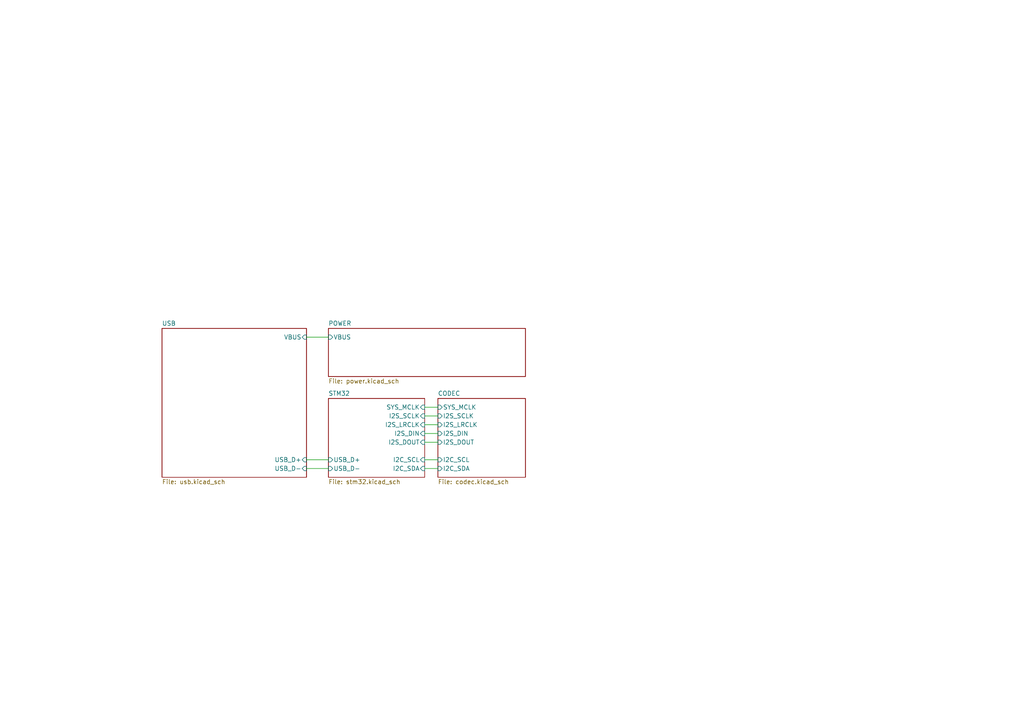
<source format=kicad_sch>
(kicad_sch (version 20211123) (generator eeschema)
  (paper "A4")
  (lib_symbols)
  (wire (pts (xy 123.19 120.65) (xy 127 120.65)))
  (wire (pts (xy 123.19 128.27) (xy 127 128.27)))
  (wire (pts (xy 123.19 118.11) (xy 127 118.11)))
  (wire (pts (xy 88.9 135.89) (xy 95.25 135.89)))
  (wire (pts (xy 123.19 125.73) (xy 127 125.73)))
  (wire (pts (xy 123.19 133.35) (xy 127 133.35)))
  (wire (pts (xy 123.19 135.89) (xy 127 135.89)))
  (wire (pts (xy 88.9 133.35) (xy 95.25 133.35)))
  (wire (pts (xy 88.9 97.79) (xy 95.25 97.79)))
  (wire (pts (xy 123.19 123.19) (xy 127 123.19)))
  (sheet (at 95.25 95.25) (size 57.15 13.97) (stroke (width 0.1524))
    (property "Sheet name" "POWER" (at 95.25 94.5384 0) (effects (justify left bottom)))
    (property "Sheet file" "power.kicad_sch" (at 95.25 109.8046 0) (effects (justify left top)))
    (pin "VBUS" input (at 95.25 97.79 180))
  )
  (sheet (at 46.99 95.25) (size 41.91 43.18) (stroke (width 0.1524))
    (property "Sheet name" "USB" (at 46.99 94.5384 0) (effects (justify left bottom)))
    (property "Sheet file" "usb.kicad_sch" (at 46.99 139.0146 0) (effects (justify left top)))
    (pin "USB_D+" input (at 88.9 133.35 0))
    (pin "USB_D-" input (at 88.9 135.89 0))
    (pin "VBUS" input (at 88.9 97.79 0))
  )
  (sheet (at 95.25 115.57) (size 27.94 22.86) (stroke (width 0.1524))
    (property "Sheet name" "STM32" (at 95.25 114.8584 0) (effects (justify left bottom)))
    (property "Sheet file" "stm32.kicad_sch" (at 95.25 139.0146 0) (effects (justify left top)))
    (pin "USB_D+" input (at 95.25 133.35 180))
    (pin "USB_D-" input (at 95.25 135.89 180))
    (pin "I2S_DOUT" input (at 123.19 128.27 0))
    (pin "I2C_SDA" input (at 123.19 135.89 0))
    (pin "I2S_LRCLK" input (at 123.19 123.19 0))
    (pin "I2S_SCLK" input (at 123.19 120.65 0))
    (pin "I2S_DIN" input (at 123.19 125.73 0))
    (pin "I2C_SCL" input (at 123.19 133.35 0))
    (pin "SYS_MCLK" input (at 123.19 118.11 0))
  )
  (sheet (at 127 115.57) (size 25.4 22.86) (stroke (width 0.1524))
    (property "Sheet name" "CODEC" (at 127 114.8584 0) (effects (justify left bottom)))
    (property "Sheet file" "codec.kicad_sch" (at 127 139.0146 0) (effects (justify left top)))
    (pin "I2S_LRCLK" input (at 127 123.19 180))
    (pin "I2C_SDA" input (at 127 135.89 180))
    (pin "I2S_DOUT" input (at 127 128.27 180))
    (pin "I2S_SCLK" input (at 127 120.65 180))
    (pin "SYS_MCLK" input (at 127 118.11 180))
    (pin "I2C_SCL" input (at 127 133.35 180))
    (pin "I2S_DIN" input (at 127 125.73 180))
  )
)
</source>
